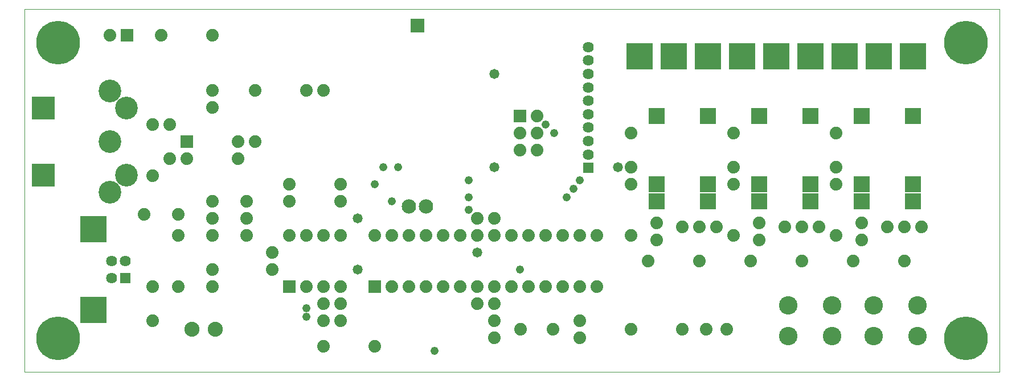
<source format=gbs>
G75*
G70*
%OFA0B0*%
%FSLAX24Y24*%
%IPPOS*%
%LPD*%
%AMOC8*
5,1,8,0,0,1.08239X$1,22.5*
%
%ADD10C,0.0000*%
%ADD11C,0.0640*%
%ADD12R,0.0640X0.0640*%
%ADD13R,0.1580X0.1580*%
%ADD14C,0.0880*%
%ADD15C,0.0740*%
%ADD16R,0.0740X0.0740*%
%ADD17C,0.1330*%
%ADD18R,0.1330X0.1330*%
%ADD19R,0.0940X0.0940*%
%ADD20C,0.1080*%
%ADD21C,0.0477*%
%ADD22R,0.0840X0.0840*%
%ADD23C,0.0840*%
%ADD24C,0.1340*%
%ADD25C,0.2559*%
%ADD26C,0.0476*%
%ADD27C,0.0580*%
D10*
X000232Y000101D02*
X000232Y021361D01*
X057318Y021361D01*
X057318Y000101D01*
X000232Y000101D01*
X001570Y002069D02*
X001572Y002119D01*
X001578Y002169D01*
X001588Y002218D01*
X001602Y002266D01*
X001619Y002313D01*
X001640Y002358D01*
X001665Y002402D01*
X001693Y002443D01*
X001725Y002482D01*
X001759Y002519D01*
X001796Y002553D01*
X001836Y002583D01*
X001878Y002610D01*
X001922Y002634D01*
X001968Y002655D01*
X002015Y002671D01*
X002063Y002684D01*
X002113Y002693D01*
X002162Y002698D01*
X002213Y002699D01*
X002263Y002696D01*
X002312Y002689D01*
X002361Y002678D01*
X002409Y002663D01*
X002455Y002645D01*
X002500Y002623D01*
X002543Y002597D01*
X002584Y002568D01*
X002623Y002536D01*
X002659Y002501D01*
X002691Y002463D01*
X002721Y002423D01*
X002748Y002380D01*
X002771Y002336D01*
X002790Y002290D01*
X002806Y002242D01*
X002818Y002193D01*
X002826Y002144D01*
X002830Y002094D01*
X002830Y002044D01*
X002826Y001994D01*
X002818Y001945D01*
X002806Y001896D01*
X002790Y001848D01*
X002771Y001802D01*
X002748Y001758D01*
X002721Y001715D01*
X002691Y001675D01*
X002659Y001637D01*
X002623Y001602D01*
X002584Y001570D01*
X002543Y001541D01*
X002500Y001515D01*
X002455Y001493D01*
X002409Y001475D01*
X002361Y001460D01*
X002312Y001449D01*
X002263Y001442D01*
X002213Y001439D01*
X002162Y001440D01*
X002113Y001445D01*
X002063Y001454D01*
X002015Y001467D01*
X001968Y001483D01*
X001922Y001504D01*
X001878Y001528D01*
X001836Y001555D01*
X001796Y001585D01*
X001759Y001619D01*
X001725Y001656D01*
X001693Y001695D01*
X001665Y001736D01*
X001640Y001780D01*
X001619Y001825D01*
X001602Y001872D01*
X001588Y001920D01*
X001578Y001969D01*
X001572Y002019D01*
X001570Y002069D01*
X001570Y019392D02*
X001572Y019442D01*
X001578Y019492D01*
X001588Y019541D01*
X001602Y019589D01*
X001619Y019636D01*
X001640Y019681D01*
X001665Y019725D01*
X001693Y019766D01*
X001725Y019805D01*
X001759Y019842D01*
X001796Y019876D01*
X001836Y019906D01*
X001878Y019933D01*
X001922Y019957D01*
X001968Y019978D01*
X002015Y019994D01*
X002063Y020007D01*
X002113Y020016D01*
X002162Y020021D01*
X002213Y020022D01*
X002263Y020019D01*
X002312Y020012D01*
X002361Y020001D01*
X002409Y019986D01*
X002455Y019968D01*
X002500Y019946D01*
X002543Y019920D01*
X002584Y019891D01*
X002623Y019859D01*
X002659Y019824D01*
X002691Y019786D01*
X002721Y019746D01*
X002748Y019703D01*
X002771Y019659D01*
X002790Y019613D01*
X002806Y019565D01*
X002818Y019516D01*
X002826Y019467D01*
X002830Y019417D01*
X002830Y019367D01*
X002826Y019317D01*
X002818Y019268D01*
X002806Y019219D01*
X002790Y019171D01*
X002771Y019125D01*
X002748Y019081D01*
X002721Y019038D01*
X002691Y018998D01*
X002659Y018960D01*
X002623Y018925D01*
X002584Y018893D01*
X002543Y018864D01*
X002500Y018838D01*
X002455Y018816D01*
X002409Y018798D01*
X002361Y018783D01*
X002312Y018772D01*
X002263Y018765D01*
X002213Y018762D01*
X002162Y018763D01*
X002113Y018768D01*
X002063Y018777D01*
X002015Y018790D01*
X001968Y018806D01*
X001922Y018827D01*
X001878Y018851D01*
X001836Y018878D01*
X001796Y018908D01*
X001759Y018942D01*
X001725Y018979D01*
X001693Y019018D01*
X001665Y019059D01*
X001640Y019103D01*
X001619Y019148D01*
X001602Y019195D01*
X001588Y019243D01*
X001578Y019292D01*
X001572Y019342D01*
X001570Y019392D01*
X054720Y019392D02*
X054722Y019442D01*
X054728Y019492D01*
X054738Y019541D01*
X054752Y019589D01*
X054769Y019636D01*
X054790Y019681D01*
X054815Y019725D01*
X054843Y019766D01*
X054875Y019805D01*
X054909Y019842D01*
X054946Y019876D01*
X054986Y019906D01*
X055028Y019933D01*
X055072Y019957D01*
X055118Y019978D01*
X055165Y019994D01*
X055213Y020007D01*
X055263Y020016D01*
X055312Y020021D01*
X055363Y020022D01*
X055413Y020019D01*
X055462Y020012D01*
X055511Y020001D01*
X055559Y019986D01*
X055605Y019968D01*
X055650Y019946D01*
X055693Y019920D01*
X055734Y019891D01*
X055773Y019859D01*
X055809Y019824D01*
X055841Y019786D01*
X055871Y019746D01*
X055898Y019703D01*
X055921Y019659D01*
X055940Y019613D01*
X055956Y019565D01*
X055968Y019516D01*
X055976Y019467D01*
X055980Y019417D01*
X055980Y019367D01*
X055976Y019317D01*
X055968Y019268D01*
X055956Y019219D01*
X055940Y019171D01*
X055921Y019125D01*
X055898Y019081D01*
X055871Y019038D01*
X055841Y018998D01*
X055809Y018960D01*
X055773Y018925D01*
X055734Y018893D01*
X055693Y018864D01*
X055650Y018838D01*
X055605Y018816D01*
X055559Y018798D01*
X055511Y018783D01*
X055462Y018772D01*
X055413Y018765D01*
X055363Y018762D01*
X055312Y018763D01*
X055263Y018768D01*
X055213Y018777D01*
X055165Y018790D01*
X055118Y018806D01*
X055072Y018827D01*
X055028Y018851D01*
X054986Y018878D01*
X054946Y018908D01*
X054909Y018942D01*
X054875Y018979D01*
X054843Y019018D01*
X054815Y019059D01*
X054790Y019103D01*
X054769Y019148D01*
X054752Y019195D01*
X054738Y019243D01*
X054728Y019292D01*
X054722Y019342D01*
X054720Y019392D01*
X054720Y002069D02*
X054722Y002119D01*
X054728Y002169D01*
X054738Y002218D01*
X054752Y002266D01*
X054769Y002313D01*
X054790Y002358D01*
X054815Y002402D01*
X054843Y002443D01*
X054875Y002482D01*
X054909Y002519D01*
X054946Y002553D01*
X054986Y002583D01*
X055028Y002610D01*
X055072Y002634D01*
X055118Y002655D01*
X055165Y002671D01*
X055213Y002684D01*
X055263Y002693D01*
X055312Y002698D01*
X055363Y002699D01*
X055413Y002696D01*
X055462Y002689D01*
X055511Y002678D01*
X055559Y002663D01*
X055605Y002645D01*
X055650Y002623D01*
X055693Y002597D01*
X055734Y002568D01*
X055773Y002536D01*
X055809Y002501D01*
X055841Y002463D01*
X055871Y002423D01*
X055898Y002380D01*
X055921Y002336D01*
X055940Y002290D01*
X055956Y002242D01*
X055968Y002193D01*
X055976Y002144D01*
X055980Y002094D01*
X055980Y002044D01*
X055976Y001994D01*
X055968Y001945D01*
X055956Y001896D01*
X055940Y001848D01*
X055921Y001802D01*
X055898Y001758D01*
X055871Y001715D01*
X055841Y001675D01*
X055809Y001637D01*
X055773Y001602D01*
X055734Y001570D01*
X055693Y001541D01*
X055650Y001515D01*
X055605Y001493D01*
X055559Y001475D01*
X055511Y001460D01*
X055462Y001449D01*
X055413Y001442D01*
X055363Y001439D01*
X055312Y001440D01*
X055263Y001445D01*
X055213Y001454D01*
X055165Y001467D01*
X055118Y001483D01*
X055072Y001504D01*
X055028Y001528D01*
X054986Y001555D01*
X054946Y001585D01*
X054909Y001619D01*
X054875Y001656D01*
X054843Y001695D01*
X054815Y001736D01*
X054790Y001780D01*
X054769Y001825D01*
X054752Y001872D01*
X054738Y001920D01*
X054728Y001969D01*
X054722Y002019D01*
X054720Y002069D01*
D11*
X033232Y012845D03*
X033232Y013632D03*
X033232Y014420D03*
X033232Y015207D03*
X033232Y015994D03*
X033232Y016782D03*
X033232Y017569D03*
X033232Y018357D03*
X033232Y019144D03*
X006126Y006593D03*
X005338Y006593D03*
X005338Y005609D03*
D12*
X006126Y005609D03*
X033232Y012057D03*
D13*
X036232Y018601D03*
X038232Y018601D03*
X040232Y018601D03*
X042232Y018601D03*
X044232Y018601D03*
X046232Y018601D03*
X048232Y018601D03*
X050232Y018601D03*
X052232Y018601D03*
X004271Y008471D03*
X004271Y003731D03*
D14*
X010043Y002601D03*
X011421Y002601D03*
D15*
X007732Y003101D03*
X007732Y005101D03*
X009232Y005101D03*
X011232Y005101D03*
X011232Y006101D03*
X014732Y006101D03*
X014732Y007101D03*
X015732Y008101D03*
X016732Y008101D03*
X017732Y008101D03*
X018732Y008101D03*
X020732Y008101D03*
X021732Y008101D03*
X022732Y008101D03*
X023732Y008101D03*
X024732Y008101D03*
X025732Y008101D03*
X026732Y008101D03*
X027732Y008101D03*
X028732Y008101D03*
X029732Y008101D03*
X030732Y008101D03*
X031732Y008101D03*
X032732Y008101D03*
X033732Y008101D03*
X035732Y008101D03*
X037232Y007851D03*
X038732Y008601D03*
X039732Y008601D03*
X040732Y008601D03*
X041732Y008101D03*
X043232Y007851D03*
X044732Y008601D03*
X045732Y008601D03*
X046732Y008601D03*
X047732Y008101D03*
X049232Y007851D03*
X050732Y008601D03*
X051732Y008601D03*
X052732Y008601D03*
X049232Y008851D03*
X047732Y011101D03*
X047732Y012101D03*
X047732Y014101D03*
X041732Y014101D03*
X041732Y012101D03*
X041732Y011101D03*
X043232Y008851D03*
X042732Y006601D03*
X045732Y006601D03*
X048732Y006601D03*
X051732Y006601D03*
X041322Y002601D03*
X040141Y002601D03*
X038732Y002601D03*
X035732Y002601D03*
X032732Y003101D03*
X031182Y002601D03*
X032732Y002101D03*
X029282Y002601D03*
X027732Y003101D03*
X027732Y004101D03*
X026732Y004101D03*
X026732Y005101D03*
X027732Y005101D03*
X028732Y005101D03*
X029732Y005101D03*
X030732Y005101D03*
X031732Y005101D03*
X032732Y005101D03*
X033732Y005101D03*
X036732Y006601D03*
X039732Y006601D03*
X037232Y008851D03*
X035732Y011101D03*
X035732Y012101D03*
X035732Y014101D03*
X030232Y014101D03*
X029232Y014101D03*
X029232Y013101D03*
X030232Y013101D03*
X030232Y015101D03*
X018732Y011101D03*
X018732Y010101D03*
X015732Y010101D03*
X015732Y011101D03*
X013232Y010101D03*
X011232Y010101D03*
X009232Y009351D03*
X011232Y009101D03*
X013232Y009101D03*
X013232Y008101D03*
X011232Y008101D03*
X009232Y008101D03*
X007232Y009351D03*
X007732Y011601D03*
X008732Y012601D03*
X009732Y012601D03*
X012732Y012601D03*
X012732Y013601D03*
X013732Y013601D03*
X008732Y014601D03*
X007732Y014601D03*
X011232Y015601D03*
X011232Y016601D03*
X013732Y016601D03*
X016732Y016601D03*
X017732Y016601D03*
X011232Y019851D03*
X008232Y019851D03*
X005232Y019851D03*
X026732Y009101D03*
X027732Y009101D03*
X025732Y005101D03*
X024732Y005101D03*
X023732Y005101D03*
X022732Y005101D03*
X021732Y005101D03*
X018732Y005101D03*
X017732Y005101D03*
X016732Y005101D03*
X017732Y004101D03*
X018732Y004101D03*
X018732Y003101D03*
X017732Y003101D03*
X017732Y001601D03*
X020732Y001601D03*
X027732Y002101D03*
D16*
X020732Y005101D03*
X015732Y005101D03*
X009732Y013601D03*
X006232Y019851D03*
X029232Y015101D03*
D17*
X006216Y015569D03*
X005232Y016554D03*
X005232Y013601D03*
X006216Y011632D03*
X005232Y010648D03*
D18*
X001334Y011632D03*
X001334Y015569D03*
D19*
X037232Y015101D03*
X040232Y015101D03*
X043232Y015101D03*
X046232Y015101D03*
X049232Y015101D03*
X052232Y015101D03*
X052232Y011101D03*
X052232Y010101D03*
X049232Y010101D03*
X049232Y011101D03*
X046232Y011101D03*
X046232Y010101D03*
X043232Y010101D03*
X043232Y011101D03*
X040232Y011101D03*
X040232Y010101D03*
X037232Y010101D03*
X037232Y011101D03*
D20*
X044952Y003987D03*
X047511Y003987D03*
X049952Y003987D03*
X052511Y003987D03*
X052511Y002215D03*
X049952Y002215D03*
X047511Y002215D03*
X044952Y002215D03*
D21*
X016732Y003351D03*
X016732Y003851D03*
D22*
X023232Y020396D03*
D23*
X022732Y009806D03*
X023732Y009806D03*
D24*
X002200Y002069D03*
X002200Y019392D03*
X055350Y019392D03*
X055350Y002069D03*
D25*
X055350Y002069D03*
X055350Y019392D03*
X002200Y019392D03*
X002200Y002069D03*
D26*
X021732Y010101D03*
X020732Y011101D03*
X021232Y012101D03*
X022107Y012101D03*
X026232Y011351D03*
X026232Y010351D03*
X026232Y009601D03*
X031982Y010351D03*
X032357Y010851D03*
X032732Y011351D03*
X031232Y014101D03*
X030732Y014601D03*
X029232Y006101D03*
X024232Y001351D03*
D27*
X019732Y006101D03*
X026732Y007101D03*
X019732Y009101D03*
X027732Y012101D03*
X034982Y012101D03*
X027732Y017569D03*
M02*

</source>
